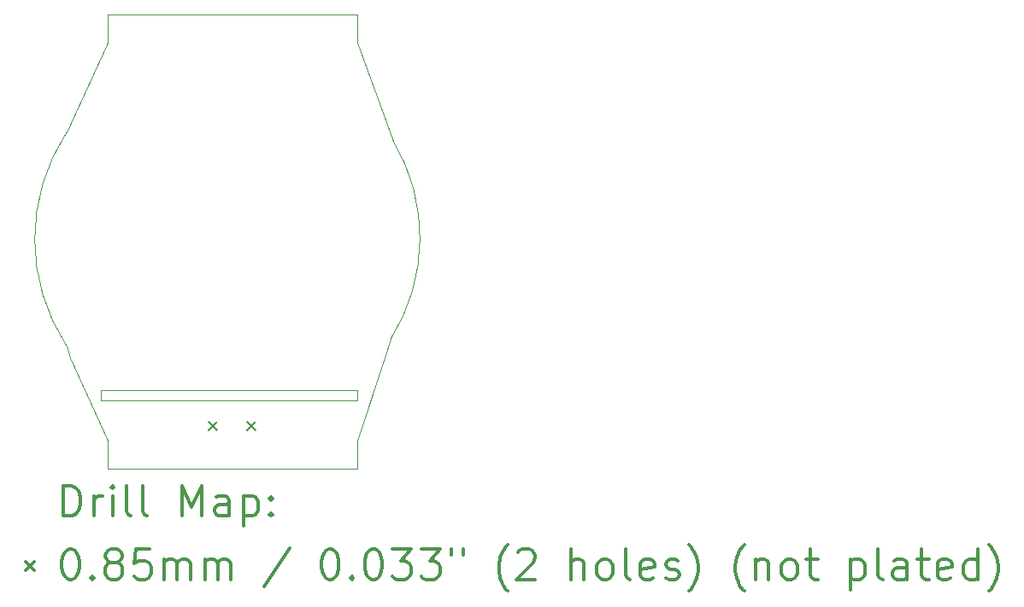
<source format=gbr>
%FSLAX45Y45*%
G04 Gerber Fmt 4.5, Leading zero omitted, Abs format (unit mm)*
G04 Created by KiCad (PCBNEW (5.1.4)-1) date 2020-08-01 17:35:15*
%MOMM*%
%LPD*%
G04 APERTURE LIST*
%ADD10C,0.050000*%
%ADD11C,0.200000*%
%ADD12C,0.300000*%
G04 APERTURE END LIST*
D10*
X15811500Y-7702550D02*
X15811500Y-7600950D01*
X18351500Y-7702550D02*
X15811500Y-7702550D01*
X18351500Y-7600950D02*
X18351500Y-7702550D01*
X15811500Y-7600950D02*
X18351500Y-7600950D01*
X18618200Y-7277100D02*
X18681700Y-7092950D01*
X15468600Y-5048250D02*
X15500350Y-4972050D01*
X15506700Y-7277100D02*
X15469081Y-7162485D01*
X18351500Y-4152900D02*
X18703021Y-5126893D01*
X18351500Y-4152900D02*
X18351500Y-3873500D01*
X15875000Y-4152900D02*
X15500350Y-4972050D01*
X15875000Y-4152900D02*
X15875000Y-3873500D01*
X18351000Y-8102600D02*
X18618200Y-7277100D01*
X15875000Y-8102600D02*
X15506700Y-7277100D01*
X18703021Y-5126893D02*
G75*
G02X18681700Y-7092950I-1612066J-965662D01*
G01*
X15469081Y-7162485D02*
G75*
G02X15468600Y-5048250I1615919J1057485D01*
G01*
X18351500Y-8382000D02*
X18351000Y-8102600D01*
X15875000Y-8382000D02*
X15875000Y-8102600D01*
X15875000Y-8382000D02*
X18351500Y-8382000D01*
X15875000Y-3873500D02*
X18351500Y-3873500D01*
D11*
X16879570Y-7917688D02*
X16964406Y-8002524D01*
X16964406Y-7917688D02*
X16879570Y-8002524D01*
X17259554Y-7917688D02*
X17344390Y-8002524D01*
X17344390Y-7917688D02*
X17259554Y-8002524D01*
D12*
X15437745Y-8850214D02*
X15437745Y-8550214D01*
X15509173Y-8550214D01*
X15552031Y-8564500D01*
X15580602Y-8593072D01*
X15594888Y-8621643D01*
X15609173Y-8678786D01*
X15609173Y-8721643D01*
X15594888Y-8778786D01*
X15580602Y-8807357D01*
X15552031Y-8835929D01*
X15509173Y-8850214D01*
X15437745Y-8850214D01*
X15737745Y-8850214D02*
X15737745Y-8650214D01*
X15737745Y-8707357D02*
X15752031Y-8678786D01*
X15766316Y-8664500D01*
X15794888Y-8650214D01*
X15823459Y-8650214D01*
X15923459Y-8850214D02*
X15923459Y-8650214D01*
X15923459Y-8550214D02*
X15909173Y-8564500D01*
X15923459Y-8578786D01*
X15937745Y-8564500D01*
X15923459Y-8550214D01*
X15923459Y-8578786D01*
X16109173Y-8850214D02*
X16080602Y-8835929D01*
X16066316Y-8807357D01*
X16066316Y-8550214D01*
X16266316Y-8850214D02*
X16237745Y-8835929D01*
X16223459Y-8807357D01*
X16223459Y-8550214D01*
X16609173Y-8850214D02*
X16609173Y-8550214D01*
X16709173Y-8764500D01*
X16809174Y-8550214D01*
X16809174Y-8850214D01*
X17080602Y-8850214D02*
X17080602Y-8693072D01*
X17066316Y-8664500D01*
X17037745Y-8650214D01*
X16980602Y-8650214D01*
X16952031Y-8664500D01*
X17080602Y-8835929D02*
X17052031Y-8850214D01*
X16980602Y-8850214D01*
X16952031Y-8835929D01*
X16937745Y-8807357D01*
X16937745Y-8778786D01*
X16952031Y-8750214D01*
X16980602Y-8735929D01*
X17052031Y-8735929D01*
X17080602Y-8721643D01*
X17223459Y-8650214D02*
X17223459Y-8950214D01*
X17223459Y-8664500D02*
X17252031Y-8650214D01*
X17309174Y-8650214D01*
X17337745Y-8664500D01*
X17352031Y-8678786D01*
X17366316Y-8707357D01*
X17366316Y-8793072D01*
X17352031Y-8821643D01*
X17337745Y-8835929D01*
X17309174Y-8850214D01*
X17252031Y-8850214D01*
X17223459Y-8835929D01*
X17494888Y-8821643D02*
X17509174Y-8835929D01*
X17494888Y-8850214D01*
X17480602Y-8835929D01*
X17494888Y-8821643D01*
X17494888Y-8850214D01*
X17494888Y-8664500D02*
X17509174Y-8678786D01*
X17494888Y-8693072D01*
X17480602Y-8678786D01*
X17494888Y-8664500D01*
X17494888Y-8693072D01*
X15066480Y-9302082D02*
X15151316Y-9386918D01*
X15151316Y-9302082D02*
X15066480Y-9386918D01*
X15494888Y-9180214D02*
X15523459Y-9180214D01*
X15552031Y-9194500D01*
X15566316Y-9208786D01*
X15580602Y-9237357D01*
X15594888Y-9294500D01*
X15594888Y-9365929D01*
X15580602Y-9423072D01*
X15566316Y-9451643D01*
X15552031Y-9465929D01*
X15523459Y-9480214D01*
X15494888Y-9480214D01*
X15466316Y-9465929D01*
X15452031Y-9451643D01*
X15437745Y-9423072D01*
X15423459Y-9365929D01*
X15423459Y-9294500D01*
X15437745Y-9237357D01*
X15452031Y-9208786D01*
X15466316Y-9194500D01*
X15494888Y-9180214D01*
X15723459Y-9451643D02*
X15737745Y-9465929D01*
X15723459Y-9480214D01*
X15709173Y-9465929D01*
X15723459Y-9451643D01*
X15723459Y-9480214D01*
X15909173Y-9308786D02*
X15880602Y-9294500D01*
X15866316Y-9280214D01*
X15852031Y-9251643D01*
X15852031Y-9237357D01*
X15866316Y-9208786D01*
X15880602Y-9194500D01*
X15909173Y-9180214D01*
X15966316Y-9180214D01*
X15994888Y-9194500D01*
X16009173Y-9208786D01*
X16023459Y-9237357D01*
X16023459Y-9251643D01*
X16009173Y-9280214D01*
X15994888Y-9294500D01*
X15966316Y-9308786D01*
X15909173Y-9308786D01*
X15880602Y-9323072D01*
X15866316Y-9337357D01*
X15852031Y-9365929D01*
X15852031Y-9423072D01*
X15866316Y-9451643D01*
X15880602Y-9465929D01*
X15909173Y-9480214D01*
X15966316Y-9480214D01*
X15994888Y-9465929D01*
X16009173Y-9451643D01*
X16023459Y-9423072D01*
X16023459Y-9365929D01*
X16009173Y-9337357D01*
X15994888Y-9323072D01*
X15966316Y-9308786D01*
X16294888Y-9180214D02*
X16152031Y-9180214D01*
X16137745Y-9323072D01*
X16152031Y-9308786D01*
X16180602Y-9294500D01*
X16252031Y-9294500D01*
X16280602Y-9308786D01*
X16294888Y-9323072D01*
X16309173Y-9351643D01*
X16309173Y-9423072D01*
X16294888Y-9451643D01*
X16280602Y-9465929D01*
X16252031Y-9480214D01*
X16180602Y-9480214D01*
X16152031Y-9465929D01*
X16137745Y-9451643D01*
X16437745Y-9480214D02*
X16437745Y-9280214D01*
X16437745Y-9308786D02*
X16452031Y-9294500D01*
X16480602Y-9280214D01*
X16523459Y-9280214D01*
X16552031Y-9294500D01*
X16566316Y-9323072D01*
X16566316Y-9480214D01*
X16566316Y-9323072D02*
X16580602Y-9294500D01*
X16609173Y-9280214D01*
X16652031Y-9280214D01*
X16680602Y-9294500D01*
X16694888Y-9323072D01*
X16694888Y-9480214D01*
X16837745Y-9480214D02*
X16837745Y-9280214D01*
X16837745Y-9308786D02*
X16852031Y-9294500D01*
X16880602Y-9280214D01*
X16923459Y-9280214D01*
X16952031Y-9294500D01*
X16966316Y-9323072D01*
X16966316Y-9480214D01*
X16966316Y-9323072D02*
X16980602Y-9294500D01*
X17009174Y-9280214D01*
X17052031Y-9280214D01*
X17080602Y-9294500D01*
X17094888Y-9323072D01*
X17094888Y-9480214D01*
X17680602Y-9165929D02*
X17423459Y-9551643D01*
X18066316Y-9180214D02*
X18094888Y-9180214D01*
X18123459Y-9194500D01*
X18137745Y-9208786D01*
X18152031Y-9237357D01*
X18166316Y-9294500D01*
X18166316Y-9365929D01*
X18152031Y-9423072D01*
X18137745Y-9451643D01*
X18123459Y-9465929D01*
X18094888Y-9480214D01*
X18066316Y-9480214D01*
X18037745Y-9465929D01*
X18023459Y-9451643D01*
X18009174Y-9423072D01*
X17994888Y-9365929D01*
X17994888Y-9294500D01*
X18009174Y-9237357D01*
X18023459Y-9208786D01*
X18037745Y-9194500D01*
X18066316Y-9180214D01*
X18294888Y-9451643D02*
X18309174Y-9465929D01*
X18294888Y-9480214D01*
X18280602Y-9465929D01*
X18294888Y-9451643D01*
X18294888Y-9480214D01*
X18494888Y-9180214D02*
X18523459Y-9180214D01*
X18552031Y-9194500D01*
X18566316Y-9208786D01*
X18580602Y-9237357D01*
X18594888Y-9294500D01*
X18594888Y-9365929D01*
X18580602Y-9423072D01*
X18566316Y-9451643D01*
X18552031Y-9465929D01*
X18523459Y-9480214D01*
X18494888Y-9480214D01*
X18466316Y-9465929D01*
X18452031Y-9451643D01*
X18437745Y-9423072D01*
X18423459Y-9365929D01*
X18423459Y-9294500D01*
X18437745Y-9237357D01*
X18452031Y-9208786D01*
X18466316Y-9194500D01*
X18494888Y-9180214D01*
X18694888Y-9180214D02*
X18880602Y-9180214D01*
X18780602Y-9294500D01*
X18823459Y-9294500D01*
X18852031Y-9308786D01*
X18866316Y-9323072D01*
X18880602Y-9351643D01*
X18880602Y-9423072D01*
X18866316Y-9451643D01*
X18852031Y-9465929D01*
X18823459Y-9480214D01*
X18737745Y-9480214D01*
X18709174Y-9465929D01*
X18694888Y-9451643D01*
X18980602Y-9180214D02*
X19166316Y-9180214D01*
X19066316Y-9294500D01*
X19109174Y-9294500D01*
X19137745Y-9308786D01*
X19152031Y-9323072D01*
X19166316Y-9351643D01*
X19166316Y-9423072D01*
X19152031Y-9451643D01*
X19137745Y-9465929D01*
X19109174Y-9480214D01*
X19023459Y-9480214D01*
X18994888Y-9465929D01*
X18980602Y-9451643D01*
X19280602Y-9180214D02*
X19280602Y-9237357D01*
X19394888Y-9180214D02*
X19394888Y-9237357D01*
X19837745Y-9594500D02*
X19823459Y-9580214D01*
X19794888Y-9537357D01*
X19780602Y-9508786D01*
X19766316Y-9465929D01*
X19752031Y-9394500D01*
X19752031Y-9337357D01*
X19766316Y-9265929D01*
X19780602Y-9223072D01*
X19794888Y-9194500D01*
X19823459Y-9151643D01*
X19837745Y-9137357D01*
X19937745Y-9208786D02*
X19952031Y-9194500D01*
X19980602Y-9180214D01*
X20052031Y-9180214D01*
X20080602Y-9194500D01*
X20094888Y-9208786D01*
X20109174Y-9237357D01*
X20109174Y-9265929D01*
X20094888Y-9308786D01*
X19923459Y-9480214D01*
X20109174Y-9480214D01*
X20466316Y-9480214D02*
X20466316Y-9180214D01*
X20594888Y-9480214D02*
X20594888Y-9323072D01*
X20580602Y-9294500D01*
X20552031Y-9280214D01*
X20509174Y-9280214D01*
X20480602Y-9294500D01*
X20466316Y-9308786D01*
X20780602Y-9480214D02*
X20752031Y-9465929D01*
X20737745Y-9451643D01*
X20723459Y-9423072D01*
X20723459Y-9337357D01*
X20737745Y-9308786D01*
X20752031Y-9294500D01*
X20780602Y-9280214D01*
X20823459Y-9280214D01*
X20852031Y-9294500D01*
X20866316Y-9308786D01*
X20880602Y-9337357D01*
X20880602Y-9423072D01*
X20866316Y-9451643D01*
X20852031Y-9465929D01*
X20823459Y-9480214D01*
X20780602Y-9480214D01*
X21052031Y-9480214D02*
X21023459Y-9465929D01*
X21009174Y-9437357D01*
X21009174Y-9180214D01*
X21280602Y-9465929D02*
X21252031Y-9480214D01*
X21194888Y-9480214D01*
X21166316Y-9465929D01*
X21152031Y-9437357D01*
X21152031Y-9323072D01*
X21166316Y-9294500D01*
X21194888Y-9280214D01*
X21252031Y-9280214D01*
X21280602Y-9294500D01*
X21294888Y-9323072D01*
X21294888Y-9351643D01*
X21152031Y-9380214D01*
X21409174Y-9465929D02*
X21437745Y-9480214D01*
X21494888Y-9480214D01*
X21523459Y-9465929D01*
X21537745Y-9437357D01*
X21537745Y-9423072D01*
X21523459Y-9394500D01*
X21494888Y-9380214D01*
X21452031Y-9380214D01*
X21423459Y-9365929D01*
X21409174Y-9337357D01*
X21409174Y-9323072D01*
X21423459Y-9294500D01*
X21452031Y-9280214D01*
X21494888Y-9280214D01*
X21523459Y-9294500D01*
X21637745Y-9594500D02*
X21652031Y-9580214D01*
X21680602Y-9537357D01*
X21694888Y-9508786D01*
X21709174Y-9465929D01*
X21723459Y-9394500D01*
X21723459Y-9337357D01*
X21709174Y-9265929D01*
X21694888Y-9223072D01*
X21680602Y-9194500D01*
X21652031Y-9151643D01*
X21637745Y-9137357D01*
X22180602Y-9594500D02*
X22166316Y-9580214D01*
X22137745Y-9537357D01*
X22123459Y-9508786D01*
X22109174Y-9465929D01*
X22094888Y-9394500D01*
X22094888Y-9337357D01*
X22109174Y-9265929D01*
X22123459Y-9223072D01*
X22137745Y-9194500D01*
X22166316Y-9151643D01*
X22180602Y-9137357D01*
X22294888Y-9280214D02*
X22294888Y-9480214D01*
X22294888Y-9308786D02*
X22309174Y-9294500D01*
X22337745Y-9280214D01*
X22380602Y-9280214D01*
X22409173Y-9294500D01*
X22423459Y-9323072D01*
X22423459Y-9480214D01*
X22609173Y-9480214D02*
X22580602Y-9465929D01*
X22566316Y-9451643D01*
X22552031Y-9423072D01*
X22552031Y-9337357D01*
X22566316Y-9308786D01*
X22580602Y-9294500D01*
X22609173Y-9280214D01*
X22652031Y-9280214D01*
X22680602Y-9294500D01*
X22694888Y-9308786D01*
X22709173Y-9337357D01*
X22709173Y-9423072D01*
X22694888Y-9451643D01*
X22680602Y-9465929D01*
X22652031Y-9480214D01*
X22609173Y-9480214D01*
X22794888Y-9280214D02*
X22909173Y-9280214D01*
X22837745Y-9180214D02*
X22837745Y-9437357D01*
X22852031Y-9465929D01*
X22880602Y-9480214D01*
X22909173Y-9480214D01*
X23237745Y-9280214D02*
X23237745Y-9580214D01*
X23237745Y-9294500D02*
X23266316Y-9280214D01*
X23323459Y-9280214D01*
X23352031Y-9294500D01*
X23366316Y-9308786D01*
X23380602Y-9337357D01*
X23380602Y-9423072D01*
X23366316Y-9451643D01*
X23352031Y-9465929D01*
X23323459Y-9480214D01*
X23266316Y-9480214D01*
X23237745Y-9465929D01*
X23552031Y-9480214D02*
X23523459Y-9465929D01*
X23509173Y-9437357D01*
X23509173Y-9180214D01*
X23794888Y-9480214D02*
X23794888Y-9323072D01*
X23780602Y-9294500D01*
X23752031Y-9280214D01*
X23694888Y-9280214D01*
X23666316Y-9294500D01*
X23794888Y-9465929D02*
X23766316Y-9480214D01*
X23694888Y-9480214D01*
X23666316Y-9465929D01*
X23652031Y-9437357D01*
X23652031Y-9408786D01*
X23666316Y-9380214D01*
X23694888Y-9365929D01*
X23766316Y-9365929D01*
X23794888Y-9351643D01*
X23894888Y-9280214D02*
X24009173Y-9280214D01*
X23937745Y-9180214D02*
X23937745Y-9437357D01*
X23952031Y-9465929D01*
X23980602Y-9480214D01*
X24009173Y-9480214D01*
X24223459Y-9465929D02*
X24194888Y-9480214D01*
X24137745Y-9480214D01*
X24109173Y-9465929D01*
X24094888Y-9437357D01*
X24094888Y-9323072D01*
X24109173Y-9294500D01*
X24137745Y-9280214D01*
X24194888Y-9280214D01*
X24223459Y-9294500D01*
X24237745Y-9323072D01*
X24237745Y-9351643D01*
X24094888Y-9380214D01*
X24494888Y-9480214D02*
X24494888Y-9180214D01*
X24494888Y-9465929D02*
X24466316Y-9480214D01*
X24409173Y-9480214D01*
X24380602Y-9465929D01*
X24366316Y-9451643D01*
X24352031Y-9423072D01*
X24352031Y-9337357D01*
X24366316Y-9308786D01*
X24380602Y-9294500D01*
X24409173Y-9280214D01*
X24466316Y-9280214D01*
X24494888Y-9294500D01*
X24609173Y-9594500D02*
X24623459Y-9580214D01*
X24652031Y-9537357D01*
X24666316Y-9508786D01*
X24680602Y-9465929D01*
X24694888Y-9394500D01*
X24694888Y-9337357D01*
X24680602Y-9265929D01*
X24666316Y-9223072D01*
X24652031Y-9194500D01*
X24623459Y-9151643D01*
X24609173Y-9137357D01*
M02*

</source>
